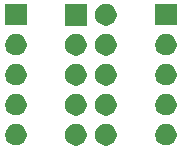
<source format=gts>
%TF.GenerationSoftware,KiCad,Pcbnew,5.1.6-c6e7f7d~86~ubuntu18.04.1*%
%TF.CreationDate,2020-05-25T18:45:29+02:00*%
%TF.ProjectId,avr-isp-to-pcb-adapter,6176722d-6973-4702-9d74-6f2d7063622d,1.0*%
%TF.SameCoordinates,PX76b1be0PY53920b0*%
%TF.FileFunction,Soldermask,Top*%
%TF.FilePolarity,Negative*%
%FSLAX46Y46*%
G04 Gerber Fmt 4.6, Leading zero omitted, Abs format (unit mm)*
G04 Created by KiCad (PCBNEW 5.1.6-c6e7f7d~86~ubuntu18.04.1) date 2020-05-25 18:45:29*
%MOMM*%
%LPD*%
G01*
G04 APERTURE LIST*
%ADD10C,0.150000*%
G04 APERTURE END LIST*
D10*
G36*
X10426778Y7229453D02*
G01*
X10593224Y7160509D01*
X10743022Y7060417D01*
X10870417Y6933022D01*
X10970509Y6783224D01*
X11039453Y6616778D01*
X11074600Y6440082D01*
X11074600Y6259918D01*
X11039453Y6083222D01*
X10970509Y5916776D01*
X10870417Y5766978D01*
X10743022Y5639583D01*
X10593224Y5539491D01*
X10426778Y5470547D01*
X10250082Y5435400D01*
X10069918Y5435400D01*
X9893222Y5470547D01*
X9726776Y5539491D01*
X9576978Y5639583D01*
X9449583Y5766978D01*
X9349491Y5916776D01*
X9280547Y6083222D01*
X9245400Y6259918D01*
X9245400Y6440082D01*
X9280547Y6616778D01*
X9349491Y6783224D01*
X9449583Y6933022D01*
X9576978Y7060417D01*
X9726776Y7160509D01*
X9893222Y7229453D01*
X10069918Y7264600D01*
X10250082Y7264600D01*
X10426778Y7229453D01*
G37*
G36*
X7886778Y7229453D02*
G01*
X8053224Y7160509D01*
X8203022Y7060417D01*
X8330417Y6933022D01*
X8430509Y6783224D01*
X8499453Y6616778D01*
X8534600Y6440082D01*
X8534600Y6259918D01*
X8499453Y6083222D01*
X8430509Y5916776D01*
X8330417Y5766978D01*
X8203022Y5639583D01*
X8053224Y5539491D01*
X7886778Y5470547D01*
X7710082Y5435400D01*
X7529918Y5435400D01*
X7353222Y5470547D01*
X7186776Y5539491D01*
X7036978Y5639583D01*
X6909583Y5766978D01*
X6809491Y5916776D01*
X6740547Y6083222D01*
X6705400Y6259918D01*
X6705400Y6440082D01*
X6740547Y6616778D01*
X6809491Y6783224D01*
X6909583Y6933022D01*
X7036978Y7060417D01*
X7186776Y7160509D01*
X7353222Y7229453D01*
X7529918Y7264600D01*
X7710082Y7264600D01*
X7886778Y7229453D01*
G37*
G36*
X15353512Y7246073D02*
G01*
X15502812Y7216376D01*
X15666784Y7148456D01*
X15814354Y7049853D01*
X15939853Y6924354D01*
X16038456Y6776784D01*
X16106376Y6612812D01*
X16141000Y6438741D01*
X16141000Y6261259D01*
X16106376Y6087188D01*
X16038456Y5923216D01*
X15939853Y5775646D01*
X15814354Y5650147D01*
X15666784Y5551544D01*
X15502812Y5483624D01*
X15353512Y5453927D01*
X15328742Y5449000D01*
X15151258Y5449000D01*
X15126488Y5453927D01*
X14977188Y5483624D01*
X14813216Y5551544D01*
X14665646Y5650147D01*
X14540147Y5775646D01*
X14441544Y5923216D01*
X14373624Y6087188D01*
X14339000Y6261259D01*
X14339000Y6438741D01*
X14373624Y6612812D01*
X14441544Y6776784D01*
X14540147Y6924354D01*
X14665646Y7049853D01*
X14813216Y7148456D01*
X14977188Y7216376D01*
X15126488Y7246073D01*
X15151258Y7251000D01*
X15328742Y7251000D01*
X15353512Y7246073D01*
G37*
G36*
X2653512Y7246073D02*
G01*
X2802812Y7216376D01*
X2966784Y7148456D01*
X3114354Y7049853D01*
X3239853Y6924354D01*
X3338456Y6776784D01*
X3406376Y6612812D01*
X3441000Y6438741D01*
X3441000Y6261259D01*
X3406376Y6087188D01*
X3338456Y5923216D01*
X3239853Y5775646D01*
X3114354Y5650147D01*
X2966784Y5551544D01*
X2802812Y5483624D01*
X2653512Y5453927D01*
X2628742Y5449000D01*
X2451258Y5449000D01*
X2426488Y5453927D01*
X2277188Y5483624D01*
X2113216Y5551544D01*
X1965646Y5650147D01*
X1840147Y5775646D01*
X1741544Y5923216D01*
X1673624Y6087188D01*
X1639000Y6261259D01*
X1639000Y6438741D01*
X1673624Y6612812D01*
X1741544Y6776784D01*
X1840147Y6924354D01*
X1965646Y7049853D01*
X2113216Y7148456D01*
X2277188Y7216376D01*
X2426488Y7246073D01*
X2451258Y7251000D01*
X2628742Y7251000D01*
X2653512Y7246073D01*
G37*
G36*
X7886778Y9769453D02*
G01*
X8053224Y9700509D01*
X8203022Y9600417D01*
X8330417Y9473022D01*
X8430509Y9323224D01*
X8499453Y9156778D01*
X8534600Y8980082D01*
X8534600Y8799918D01*
X8499453Y8623222D01*
X8430509Y8456776D01*
X8330417Y8306978D01*
X8203022Y8179583D01*
X8053224Y8079491D01*
X7886778Y8010547D01*
X7710082Y7975400D01*
X7529918Y7975400D01*
X7353222Y8010547D01*
X7186776Y8079491D01*
X7036978Y8179583D01*
X6909583Y8306978D01*
X6809491Y8456776D01*
X6740547Y8623222D01*
X6705400Y8799918D01*
X6705400Y8980082D01*
X6740547Y9156778D01*
X6809491Y9323224D01*
X6909583Y9473022D01*
X7036978Y9600417D01*
X7186776Y9700509D01*
X7353222Y9769453D01*
X7529918Y9804600D01*
X7710082Y9804600D01*
X7886778Y9769453D01*
G37*
G36*
X10426778Y9769453D02*
G01*
X10593224Y9700509D01*
X10743022Y9600417D01*
X10870417Y9473022D01*
X10970509Y9323224D01*
X11039453Y9156778D01*
X11074600Y8980082D01*
X11074600Y8799918D01*
X11039453Y8623222D01*
X10970509Y8456776D01*
X10870417Y8306978D01*
X10743022Y8179583D01*
X10593224Y8079491D01*
X10426778Y8010547D01*
X10250082Y7975400D01*
X10069918Y7975400D01*
X9893222Y8010547D01*
X9726776Y8079491D01*
X9576978Y8179583D01*
X9449583Y8306978D01*
X9349491Y8456776D01*
X9280547Y8623222D01*
X9245400Y8799918D01*
X9245400Y8980082D01*
X9280547Y9156778D01*
X9349491Y9323224D01*
X9449583Y9473022D01*
X9576978Y9600417D01*
X9726776Y9700509D01*
X9893222Y9769453D01*
X10069918Y9804600D01*
X10250082Y9804600D01*
X10426778Y9769453D01*
G37*
G36*
X2653512Y9786073D02*
G01*
X2802812Y9756376D01*
X2966784Y9688456D01*
X3114354Y9589853D01*
X3239853Y9464354D01*
X3338456Y9316784D01*
X3406376Y9152812D01*
X3441000Y8978741D01*
X3441000Y8801259D01*
X3406376Y8627188D01*
X3338456Y8463216D01*
X3239853Y8315646D01*
X3114354Y8190147D01*
X2966784Y8091544D01*
X2802812Y8023624D01*
X2653512Y7993927D01*
X2628742Y7989000D01*
X2451258Y7989000D01*
X2426488Y7993927D01*
X2277188Y8023624D01*
X2113216Y8091544D01*
X1965646Y8190147D01*
X1840147Y8315646D01*
X1741544Y8463216D01*
X1673624Y8627188D01*
X1639000Y8801259D01*
X1639000Y8978741D01*
X1673624Y9152812D01*
X1741544Y9316784D01*
X1840147Y9464354D01*
X1965646Y9589853D01*
X2113216Y9688456D01*
X2277188Y9756376D01*
X2426488Y9786073D01*
X2451258Y9791000D01*
X2628742Y9791000D01*
X2653512Y9786073D01*
G37*
G36*
X15353512Y9786073D02*
G01*
X15502812Y9756376D01*
X15666784Y9688456D01*
X15814354Y9589853D01*
X15939853Y9464354D01*
X16038456Y9316784D01*
X16106376Y9152812D01*
X16141000Y8978741D01*
X16141000Y8801259D01*
X16106376Y8627188D01*
X16038456Y8463216D01*
X15939853Y8315646D01*
X15814354Y8190147D01*
X15666784Y8091544D01*
X15502812Y8023624D01*
X15353512Y7993927D01*
X15328742Y7989000D01*
X15151258Y7989000D01*
X15126488Y7993927D01*
X14977188Y8023624D01*
X14813216Y8091544D01*
X14665646Y8190147D01*
X14540147Y8315646D01*
X14441544Y8463216D01*
X14373624Y8627188D01*
X14339000Y8801259D01*
X14339000Y8978741D01*
X14373624Y9152812D01*
X14441544Y9316784D01*
X14540147Y9464354D01*
X14665646Y9589853D01*
X14813216Y9688456D01*
X14977188Y9756376D01*
X15126488Y9786073D01*
X15151258Y9791000D01*
X15328742Y9791000D01*
X15353512Y9786073D01*
G37*
G36*
X7886778Y12309453D02*
G01*
X8053224Y12240509D01*
X8203022Y12140417D01*
X8330417Y12013022D01*
X8430509Y11863224D01*
X8499453Y11696778D01*
X8534600Y11520082D01*
X8534600Y11339918D01*
X8499453Y11163222D01*
X8430509Y10996776D01*
X8330417Y10846978D01*
X8203022Y10719583D01*
X8053224Y10619491D01*
X7886778Y10550547D01*
X7710082Y10515400D01*
X7529918Y10515400D01*
X7353222Y10550547D01*
X7186776Y10619491D01*
X7036978Y10719583D01*
X6909583Y10846978D01*
X6809491Y10996776D01*
X6740547Y11163222D01*
X6705400Y11339918D01*
X6705400Y11520082D01*
X6740547Y11696778D01*
X6809491Y11863224D01*
X6909583Y12013022D01*
X7036978Y12140417D01*
X7186776Y12240509D01*
X7353222Y12309453D01*
X7529918Y12344600D01*
X7710082Y12344600D01*
X7886778Y12309453D01*
G37*
G36*
X10426778Y12309453D02*
G01*
X10593224Y12240509D01*
X10743022Y12140417D01*
X10870417Y12013022D01*
X10970509Y11863224D01*
X11039453Y11696778D01*
X11074600Y11520082D01*
X11074600Y11339918D01*
X11039453Y11163222D01*
X10970509Y10996776D01*
X10870417Y10846978D01*
X10743022Y10719583D01*
X10593224Y10619491D01*
X10426778Y10550547D01*
X10250082Y10515400D01*
X10069918Y10515400D01*
X9893222Y10550547D01*
X9726776Y10619491D01*
X9576978Y10719583D01*
X9449583Y10846978D01*
X9349491Y10996776D01*
X9280547Y11163222D01*
X9245400Y11339918D01*
X9245400Y11520082D01*
X9280547Y11696778D01*
X9349491Y11863224D01*
X9449583Y12013022D01*
X9576978Y12140417D01*
X9726776Y12240509D01*
X9893222Y12309453D01*
X10069918Y12344600D01*
X10250082Y12344600D01*
X10426778Y12309453D01*
G37*
G36*
X2653512Y12326073D02*
G01*
X2802812Y12296376D01*
X2966784Y12228456D01*
X3114354Y12129853D01*
X3239853Y12004354D01*
X3338456Y11856784D01*
X3406376Y11692812D01*
X3441000Y11518741D01*
X3441000Y11341259D01*
X3406376Y11167188D01*
X3338456Y11003216D01*
X3239853Y10855646D01*
X3114354Y10730147D01*
X2966784Y10631544D01*
X2802812Y10563624D01*
X2653512Y10533927D01*
X2628742Y10529000D01*
X2451258Y10529000D01*
X2426488Y10533927D01*
X2277188Y10563624D01*
X2113216Y10631544D01*
X1965646Y10730147D01*
X1840147Y10855646D01*
X1741544Y11003216D01*
X1673624Y11167188D01*
X1639000Y11341259D01*
X1639000Y11518741D01*
X1673624Y11692812D01*
X1741544Y11856784D01*
X1840147Y12004354D01*
X1965646Y12129853D01*
X2113216Y12228456D01*
X2277188Y12296376D01*
X2426488Y12326073D01*
X2451258Y12331000D01*
X2628742Y12331000D01*
X2653512Y12326073D01*
G37*
G36*
X15353512Y12326073D02*
G01*
X15502812Y12296376D01*
X15666784Y12228456D01*
X15814354Y12129853D01*
X15939853Y12004354D01*
X16038456Y11856784D01*
X16106376Y11692812D01*
X16141000Y11518741D01*
X16141000Y11341259D01*
X16106376Y11167188D01*
X16038456Y11003216D01*
X15939853Y10855646D01*
X15814354Y10730147D01*
X15666784Y10631544D01*
X15502812Y10563624D01*
X15353512Y10533927D01*
X15328742Y10529000D01*
X15151258Y10529000D01*
X15126488Y10533927D01*
X14977188Y10563624D01*
X14813216Y10631544D01*
X14665646Y10730147D01*
X14540147Y10855646D01*
X14441544Y11003216D01*
X14373624Y11167188D01*
X14339000Y11341259D01*
X14339000Y11518741D01*
X14373624Y11692812D01*
X14441544Y11856784D01*
X14540147Y12004354D01*
X14665646Y12129853D01*
X14813216Y12228456D01*
X14977188Y12296376D01*
X15126488Y12326073D01*
X15151258Y12331000D01*
X15328742Y12331000D01*
X15353512Y12326073D01*
G37*
G36*
X7886778Y14849453D02*
G01*
X8053224Y14780509D01*
X8203022Y14680417D01*
X8330417Y14553022D01*
X8430509Y14403224D01*
X8499453Y14236778D01*
X8534600Y14060082D01*
X8534600Y13879918D01*
X8499453Y13703222D01*
X8430509Y13536776D01*
X8330417Y13386978D01*
X8203022Y13259583D01*
X8053224Y13159491D01*
X7886778Y13090547D01*
X7710082Y13055400D01*
X7529918Y13055400D01*
X7353222Y13090547D01*
X7186776Y13159491D01*
X7036978Y13259583D01*
X6909583Y13386978D01*
X6809491Y13536776D01*
X6740547Y13703222D01*
X6705400Y13879918D01*
X6705400Y14060082D01*
X6740547Y14236778D01*
X6809491Y14403224D01*
X6909583Y14553022D01*
X7036978Y14680417D01*
X7186776Y14780509D01*
X7353222Y14849453D01*
X7529918Y14884600D01*
X7710082Y14884600D01*
X7886778Y14849453D01*
G37*
G36*
X10426778Y14849453D02*
G01*
X10593224Y14780509D01*
X10743022Y14680417D01*
X10870417Y14553022D01*
X10970509Y14403224D01*
X11039453Y14236778D01*
X11074600Y14060082D01*
X11074600Y13879918D01*
X11039453Y13703222D01*
X10970509Y13536776D01*
X10870417Y13386978D01*
X10743022Y13259583D01*
X10593224Y13159491D01*
X10426778Y13090547D01*
X10250082Y13055400D01*
X10069918Y13055400D01*
X9893222Y13090547D01*
X9726776Y13159491D01*
X9576978Y13259583D01*
X9449583Y13386978D01*
X9349491Y13536776D01*
X9280547Y13703222D01*
X9245400Y13879918D01*
X9245400Y14060082D01*
X9280547Y14236778D01*
X9349491Y14403224D01*
X9449583Y14553022D01*
X9576978Y14680417D01*
X9726776Y14780509D01*
X9893222Y14849453D01*
X10069918Y14884600D01*
X10250082Y14884600D01*
X10426778Y14849453D01*
G37*
G36*
X15353512Y14866073D02*
G01*
X15502812Y14836376D01*
X15666784Y14768456D01*
X15814354Y14669853D01*
X15939853Y14544354D01*
X16038456Y14396784D01*
X16106376Y14232812D01*
X16141000Y14058741D01*
X16141000Y13881259D01*
X16106376Y13707188D01*
X16038456Y13543216D01*
X15939853Y13395646D01*
X15814354Y13270147D01*
X15666784Y13171544D01*
X15502812Y13103624D01*
X15353512Y13073927D01*
X15328742Y13069000D01*
X15151258Y13069000D01*
X15126488Y13073927D01*
X14977188Y13103624D01*
X14813216Y13171544D01*
X14665646Y13270147D01*
X14540147Y13395646D01*
X14441544Y13543216D01*
X14373624Y13707188D01*
X14339000Y13881259D01*
X14339000Y14058741D01*
X14373624Y14232812D01*
X14441544Y14396784D01*
X14540147Y14544354D01*
X14665646Y14669853D01*
X14813216Y14768456D01*
X14977188Y14836376D01*
X15126488Y14866073D01*
X15151258Y14871000D01*
X15328742Y14871000D01*
X15353512Y14866073D01*
G37*
G36*
X2653512Y14866073D02*
G01*
X2802812Y14836376D01*
X2966784Y14768456D01*
X3114354Y14669853D01*
X3239853Y14544354D01*
X3338456Y14396784D01*
X3406376Y14232812D01*
X3441000Y14058741D01*
X3441000Y13881259D01*
X3406376Y13707188D01*
X3338456Y13543216D01*
X3239853Y13395646D01*
X3114354Y13270147D01*
X2966784Y13171544D01*
X2802812Y13103624D01*
X2653512Y13073927D01*
X2628742Y13069000D01*
X2451258Y13069000D01*
X2426488Y13073927D01*
X2277188Y13103624D01*
X2113216Y13171544D01*
X1965646Y13270147D01*
X1840147Y13395646D01*
X1741544Y13543216D01*
X1673624Y13707188D01*
X1639000Y13881259D01*
X1639000Y14058741D01*
X1673624Y14232812D01*
X1741544Y14396784D01*
X1840147Y14544354D01*
X1965646Y14669853D01*
X2113216Y14768456D01*
X2277188Y14836376D01*
X2426488Y14866073D01*
X2451258Y14871000D01*
X2628742Y14871000D01*
X2653512Y14866073D01*
G37*
G36*
X8534600Y15595400D02*
G01*
X6705400Y15595400D01*
X6705400Y17424600D01*
X8534600Y17424600D01*
X8534600Y15595400D01*
G37*
G36*
X10426778Y17389453D02*
G01*
X10593224Y17320509D01*
X10743022Y17220417D01*
X10870417Y17093022D01*
X10970509Y16943224D01*
X11039453Y16776778D01*
X11074600Y16600082D01*
X11074600Y16419918D01*
X11039453Y16243222D01*
X10970509Y16076776D01*
X10870417Y15926978D01*
X10743022Y15799583D01*
X10593224Y15699491D01*
X10426778Y15630547D01*
X10250082Y15595400D01*
X10069918Y15595400D01*
X9893222Y15630547D01*
X9726776Y15699491D01*
X9576978Y15799583D01*
X9449583Y15926978D01*
X9349491Y16076776D01*
X9280547Y16243222D01*
X9245400Y16419918D01*
X9245400Y16600082D01*
X9280547Y16776778D01*
X9349491Y16943224D01*
X9449583Y17093022D01*
X9576978Y17220417D01*
X9726776Y17320509D01*
X9893222Y17389453D01*
X10069918Y17424600D01*
X10250082Y17424600D01*
X10426778Y17389453D01*
G37*
G36*
X3441000Y15609000D02*
G01*
X1639000Y15609000D01*
X1639000Y17411000D01*
X3441000Y17411000D01*
X3441000Y15609000D01*
G37*
G36*
X16141000Y15609000D02*
G01*
X14339000Y15609000D01*
X14339000Y17411000D01*
X16141000Y17411000D01*
X16141000Y15609000D01*
G37*
M02*

</source>
